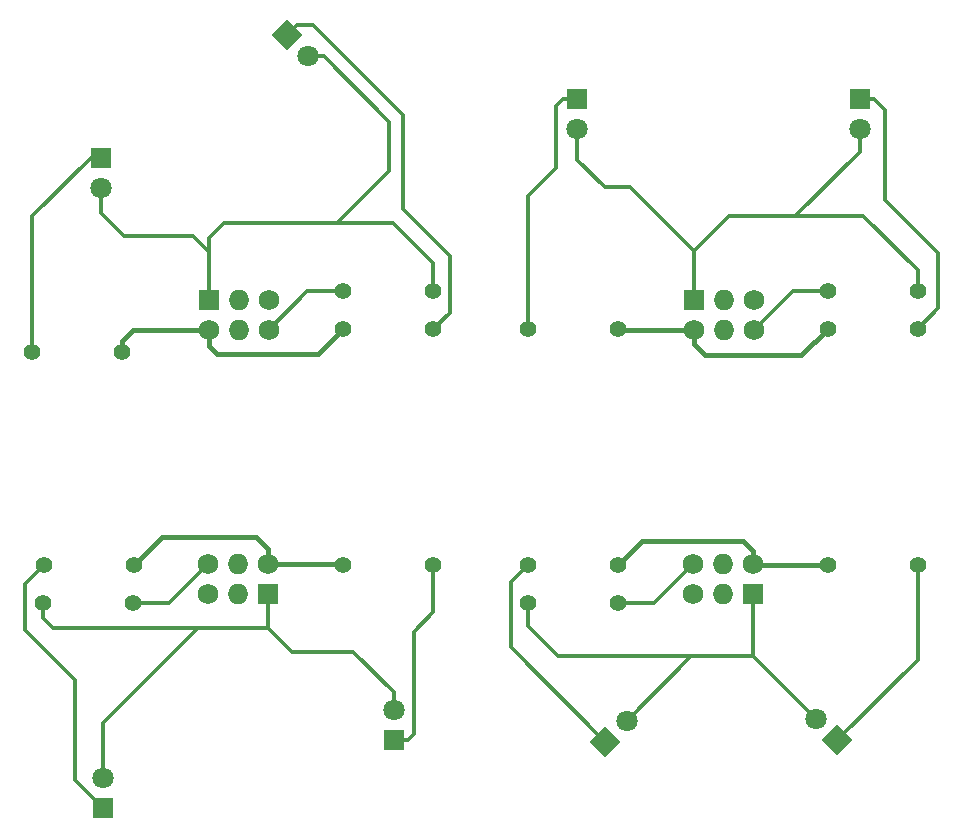
<source format=gbl>
G04 #@! TF.GenerationSoftware,KiCad,Pcbnew,7.0.10*
G04 #@! TF.CreationDate,2024-06-20T08:36:21-05:00*
G04 #@! TF.ProjectId,g0dzilla_vs_sao1,6730647a-696c-46c6-915f-76735f73616f,1*
G04 #@! TF.SameCoordinates,Original*
G04 #@! TF.FileFunction,Copper,L2,Bot*
G04 #@! TF.FilePolarity,Positive*
%FSLAX46Y46*%
G04 Gerber Fmt 4.6, Leading zero omitted, Abs format (unit mm)*
G04 Created by KiCad (PCBNEW 7.0.10) date 2024-06-20 08:36:21*
%MOMM*%
%LPD*%
G01*
G04 APERTURE LIST*
G04 Aperture macros list*
%AMRotRect*
0 Rectangle, with rotation*
0 The origin of the aperture is its center*
0 $1 length*
0 $2 width*
0 $3 Rotation angle, in degrees counterclockwise*
0 Add horizontal line*
21,1,$1,$2,0,0,$3*%
G04 Aperture macros list end*
G04 #@! TA.AperFunction,ComponentPad*
%ADD10R,1.800000X1.800000*%
G04 #@! TD*
G04 #@! TA.AperFunction,ComponentPad*
%ADD11C,1.800000*%
G04 #@! TD*
G04 #@! TA.AperFunction,ComponentPad*
%ADD12C,1.400000*%
G04 #@! TD*
G04 #@! TA.AperFunction,ComponentPad*
%ADD13R,1.727200X1.727200*%
G04 #@! TD*
G04 #@! TA.AperFunction,ComponentPad*
%ADD14C,1.727200*%
G04 #@! TD*
G04 #@! TA.AperFunction,ComponentPad*
%ADD15O,1.727200X1.727200*%
G04 #@! TD*
G04 #@! TA.AperFunction,ComponentPad*
%ADD16RotRect,1.800000X1.800000X315.000000*%
G04 #@! TD*
G04 #@! TA.AperFunction,ComponentPad*
%ADD17RotRect,1.800000X1.800000X45.000000*%
G04 #@! TD*
G04 #@! TA.AperFunction,ComponentPad*
%ADD18RotRect,1.800000X1.800000X135.000000*%
G04 #@! TD*
G04 #@! TA.AperFunction,Conductor*
%ADD19C,0.300000*%
G04 #@! TD*
G04 #@! TA.AperFunction,Conductor*
%ADD20C,0.400000*%
G04 #@! TD*
G04 APERTURE END LIST*
D10*
X77875000Y-85500000D03*
D11*
X77875000Y-88040000D03*
D12*
X106000000Y-100000000D03*
X98380000Y-100000000D03*
D10*
X142100000Y-80500000D03*
D11*
X142100000Y-83040000D03*
D13*
X92000000Y-122480000D03*
D14*
X92000000Y-119940000D03*
D15*
X89460000Y-122480000D03*
X89460000Y-119940000D03*
D14*
X86920000Y-122480000D03*
X86920000Y-119940000D03*
D12*
X80610000Y-123250000D03*
X72990000Y-123250000D03*
D13*
X128060000Y-97520000D03*
D14*
X128060000Y-100060000D03*
D15*
X130600000Y-97520000D03*
X130600000Y-100060000D03*
D14*
X133140000Y-97520000D03*
X133140000Y-100060000D03*
D12*
X106000000Y-120000000D03*
X98380000Y-120000000D03*
X147000000Y-100000000D03*
X139380000Y-100000000D03*
X139370000Y-96790000D03*
X146990000Y-96790000D03*
D16*
X93598439Y-75098439D03*
D11*
X95394490Y-76894490D03*
D12*
X121650000Y-123250000D03*
X114030000Y-123250000D03*
D13*
X86990000Y-97520000D03*
D14*
X86990000Y-100060000D03*
D15*
X89530000Y-97520000D03*
X89530000Y-100060000D03*
D14*
X92070000Y-97520000D03*
X92070000Y-100060000D03*
D10*
X118200000Y-80500000D03*
D11*
X118200000Y-83040000D03*
D17*
X120573439Y-134976561D03*
D11*
X122369490Y-133180510D03*
D12*
X114000000Y-100000000D03*
X121620000Y-100000000D03*
D10*
X102625000Y-134815000D03*
D11*
X102625000Y-132275000D03*
D18*
X140201561Y-134825000D03*
D11*
X138405510Y-133028949D03*
D12*
X114000000Y-120000000D03*
X121620000Y-120000000D03*
D13*
X133080000Y-122480000D03*
D14*
X133080000Y-119940000D03*
D15*
X130540000Y-122480000D03*
X130540000Y-119940000D03*
D14*
X128000000Y-122480000D03*
X128000000Y-119940000D03*
D12*
X147000000Y-120000000D03*
X139380000Y-120000000D03*
D10*
X78050000Y-140600000D03*
D11*
X78050000Y-138060000D03*
D12*
X98375000Y-96790000D03*
X105995000Y-96790000D03*
X73000000Y-120000000D03*
X80620000Y-120000000D03*
X72000000Y-102000000D03*
X79620000Y-102000000D03*
D19*
X86990000Y-92335000D02*
X88275000Y-91050000D01*
X102600000Y-91050000D02*
X105995000Y-94445000D01*
X102275000Y-86625000D02*
X102275000Y-82450000D01*
X88275000Y-91050000D02*
X97850000Y-91050000D01*
X96719490Y-76894490D02*
X95394490Y-76894490D01*
X77875000Y-90225000D02*
X77875000Y-88040000D01*
X86990000Y-97520000D02*
X86990000Y-93465000D01*
X85650000Y-92125000D02*
X79775000Y-92125000D01*
X86990000Y-93465000D02*
X86990000Y-92335000D01*
X97850000Y-91050000D02*
X102600000Y-91050000D01*
X102275000Y-82450000D02*
X96719490Y-76894490D01*
X105995000Y-94445000D02*
X105995000Y-96790000D01*
X79775000Y-92125000D02*
X77875000Y-90225000D01*
X97850000Y-91050000D02*
X102275000Y-86625000D01*
X86990000Y-93465000D02*
X85650000Y-92125000D01*
D20*
X86990000Y-100060000D02*
X86990000Y-101465000D01*
X80590000Y-100060000D02*
X86990000Y-100060000D01*
X79620000Y-101030000D02*
X80590000Y-100060000D01*
X96230000Y-102150000D02*
X98380000Y-100000000D01*
X79620000Y-102000000D02*
X79620000Y-101030000D01*
X86990000Y-101465000D02*
X87675000Y-102150000D01*
X87675000Y-102150000D02*
X96230000Y-102150000D01*
X86930000Y-100000000D02*
X86990000Y-100060000D01*
D19*
X92070000Y-100060000D02*
X95340000Y-96790000D01*
X95340000Y-96790000D02*
X98375000Y-96790000D01*
X120500000Y-88000000D02*
X118200000Y-85700000D01*
X128060000Y-93400000D02*
X131000000Y-90460000D01*
X128060000Y-93400000D02*
X122660000Y-88000000D01*
X118200000Y-85700000D02*
X118200000Y-83040000D01*
X142100000Y-85000000D02*
X142100000Y-83040000D01*
X131000000Y-90460000D02*
X136640000Y-90460000D01*
X128060000Y-97520000D02*
X128060000Y-93400000D01*
X146990000Y-95050000D02*
X146990000Y-96790000D01*
X136640000Y-90460000D02*
X142100000Y-85000000D01*
X142400000Y-90460000D02*
X146990000Y-95050000D01*
X122660000Y-88000000D02*
X120500000Y-88000000D01*
X136640000Y-90460000D02*
X142400000Y-90460000D01*
D20*
X121680000Y-100060000D02*
X121620000Y-100000000D01*
X128060000Y-100060000D02*
X128060000Y-101290000D01*
X128060000Y-100060000D02*
X121680000Y-100060000D01*
X128060000Y-101290000D02*
X128990000Y-102220000D01*
X128990000Y-102220000D02*
X137160000Y-102220000D01*
X137160000Y-102220000D02*
X139380000Y-100000000D01*
D19*
X133140000Y-100060000D02*
X136410000Y-96790000D01*
X136410000Y-96790000D02*
X139370000Y-96790000D01*
X72990000Y-124515000D02*
X72990000Y-123250000D01*
X92000000Y-125325000D02*
X94000000Y-127325000D01*
X102625000Y-130750000D02*
X102625000Y-132275000D01*
X99200000Y-127325000D02*
X102625000Y-130750000D01*
X86100000Y-125325000D02*
X78050000Y-133375000D01*
X92000000Y-122480000D02*
X92000000Y-125325000D01*
X94000000Y-127325000D02*
X99200000Y-127325000D01*
X73800000Y-125325000D02*
X72990000Y-124515000D01*
X86100000Y-125325000D02*
X73800000Y-125325000D01*
X92000000Y-125325000D02*
X86100000Y-125325000D01*
X78050000Y-133375000D02*
X78050000Y-138060000D01*
D20*
X98320000Y-119940000D02*
X98380000Y-120000000D01*
X90975000Y-117600000D02*
X83020000Y-117600000D01*
X92000000Y-118625000D02*
X90975000Y-117600000D01*
X92000000Y-119940000D02*
X92000000Y-118625000D01*
X83020000Y-117600000D02*
X80620000Y-120000000D01*
X92000000Y-119940000D02*
X98320000Y-119940000D01*
D19*
X83610000Y-123250000D02*
X80610000Y-123250000D01*
X86920000Y-119940000D02*
X83610000Y-123250000D01*
X133080000Y-127703439D02*
X138405510Y-133028949D01*
X114030000Y-125180000D02*
X114030000Y-123250000D01*
X116553439Y-127703439D02*
X114030000Y-125180000D01*
X133080000Y-122480000D02*
X133080000Y-127703439D01*
X127846561Y-127703439D02*
X116553439Y-127703439D01*
X133080000Y-127703439D02*
X127846561Y-127703439D01*
X127846561Y-127703439D02*
X122369490Y-133180510D01*
D20*
X123695000Y-117925000D02*
X121620000Y-120000000D01*
X132175000Y-117925000D02*
X123695000Y-117925000D01*
X139380000Y-120000000D02*
X133140000Y-120000000D01*
X133080000Y-119940000D02*
X133080000Y-118830000D01*
X133140000Y-120000000D02*
X133080000Y-119940000D01*
X133080000Y-118830000D02*
X132175000Y-117925000D01*
D19*
X124690000Y-123250000D02*
X121650000Y-123250000D01*
X128000000Y-119940000D02*
X124690000Y-123250000D01*
X72000000Y-102000000D02*
X72000000Y-90475000D01*
X72000000Y-90475000D02*
X76975000Y-85500000D01*
X76975000Y-85500000D02*
X77875000Y-85500000D01*
X103425000Y-89875000D02*
X103425000Y-81875000D01*
X107375000Y-93825000D02*
X103425000Y-89875000D01*
X94421878Y-74275000D02*
X93598439Y-75098439D01*
X107375000Y-98625000D02*
X107375000Y-93825000D01*
X106000000Y-100000000D02*
X107375000Y-98625000D01*
X95825000Y-74275000D02*
X94421878Y-74275000D01*
X103425000Y-81875000D02*
X95825000Y-74275000D01*
X114000000Y-88730000D02*
X116350000Y-86380000D01*
X114000000Y-100000000D02*
X114000000Y-88730000D01*
X117010000Y-80500000D02*
X118200000Y-80500000D01*
X116350000Y-81160000D02*
X117010000Y-80500000D01*
X116350000Y-86380000D02*
X116350000Y-81160000D01*
X143310000Y-80500000D02*
X142100000Y-80500000D01*
X148750000Y-93580000D02*
X144250000Y-89080000D01*
X144250000Y-81440000D02*
X143310000Y-80500000D01*
X147000000Y-100000000D02*
X148750000Y-98250000D01*
X148750000Y-98250000D02*
X148750000Y-93580000D01*
X144250000Y-89080000D02*
X144250000Y-81440000D01*
X106000000Y-120000000D02*
X106000000Y-124000000D01*
X106000000Y-124000000D02*
X104350000Y-125650000D01*
X104350000Y-134325000D02*
X103860000Y-134815000D01*
X104350000Y-125650000D02*
X104350000Y-134325000D01*
X103860000Y-134815000D02*
X102625000Y-134815000D01*
X75675000Y-129750000D02*
X75675000Y-138225000D01*
X71400000Y-125475000D02*
X75675000Y-129750000D01*
X73000000Y-120000000D02*
X71400000Y-121600000D01*
X75675000Y-138225000D02*
X78050000Y-140600000D01*
X71400000Y-121600000D02*
X71400000Y-125475000D01*
X147000000Y-120000000D02*
X147000000Y-128026561D01*
X147000000Y-128026561D02*
X140201561Y-134825000D01*
X112575000Y-126978122D02*
X120573439Y-134976561D01*
X114000000Y-120000000D02*
X112575000Y-121425000D01*
X112575000Y-121425000D02*
X112575000Y-126978122D01*
M02*

</source>
